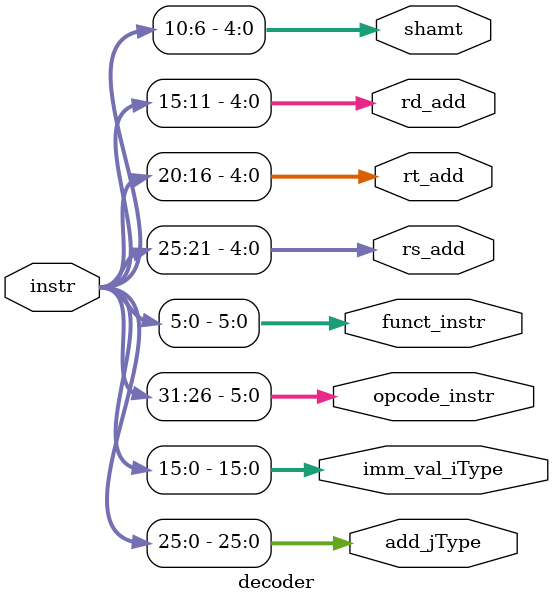
<source format=v>
module decoder(
	output reg [25:0] add_jType,
	output reg [15:0] imm_val_iType,
	output reg [5:0] opcode_instr,	
	output reg [5:0] funct_instr,	
	output reg [4:0] rs_add,	
	output reg [4:0] rt_add,	
	output reg [4:0] rd_add,	
	output reg [4:0] shamt,
	input [31:0] instr	// output from instr mem
    );

	always @(*)
		begin
			add_jType = instr[25:0];
			imm_val_iType = instr[15:0];
			opcode_instr = instr[31:26];
			funct_instr = instr[5:0];
			rs_add = instr[25:21];
			rt_add = instr[20:16];
			rd_add = instr[15:11];
			shamt = instr[10:6];
		end

endmodule

</source>
